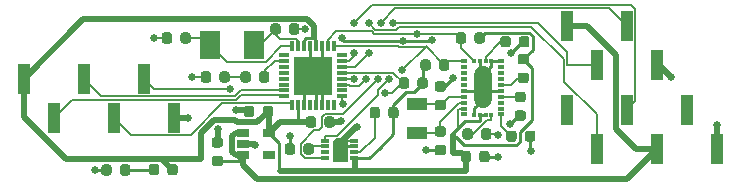
<source format=gbr>
G04 #@! TF.GenerationSoftware,KiCad,Pcbnew,(5.1.6-0-10_14)*
G04 #@! TF.CreationDate,2020-07-22T22:48:04-07:00*
G04 #@! TF.ProjectId,VineHoop_V1_2,56696e65-486f-46f7-905f-56315f322e6b,rev?*
G04 #@! TF.SameCoordinates,Original*
G04 #@! TF.FileFunction,Copper,L1,Top*
G04 #@! TF.FilePolarity,Positive*
%FSLAX46Y46*%
G04 Gerber Fmt 4.6, Leading zero omitted, Abs format (unit mm)*
G04 Created by KiCad (PCBNEW (5.1.6-0-10_14)) date 2020-07-22 22:48:04*
%MOMM*%
%LPD*%
G01*
G04 APERTURE LIST*
G04 #@! TA.AperFunction,EtchedComponent*
%ADD10C,0.001000*%
G04 #@! TD*
G04 #@! TA.AperFunction,SMDPad,CuDef*
%ADD11R,1.000000X2.510000*%
G04 #@! TD*
G04 #@! TA.AperFunction,SMDPad,CuDef*
%ADD12R,0.525000X0.300000*%
G04 #@! TD*
G04 #@! TA.AperFunction,SMDPad,CuDef*
%ADD13R,0.300000X0.425000*%
G04 #@! TD*
G04 #@! TA.AperFunction,SMDPad,CuDef*
%ADD14R,3.251200X3.251200*%
G04 #@! TD*
G04 #@! TA.AperFunction,SMDPad,CuDef*
%ADD15R,0.812800X0.304800*%
G04 #@! TD*
G04 #@! TA.AperFunction,SMDPad,CuDef*
%ADD16R,0.304800X0.812800*%
G04 #@! TD*
G04 #@! TA.AperFunction,SMDPad,CuDef*
%ADD17R,1.060000X0.650000*%
G04 #@! TD*
G04 #@! TA.AperFunction,SMDPad,CuDef*
%ADD18R,1.800000X1.000000*%
G04 #@! TD*
G04 #@! TA.AperFunction,SMDPad,CuDef*
%ADD19R,1.700000X2.400000*%
G04 #@! TD*
G04 #@! TA.AperFunction,SMDPad,CuDef*
%ADD20R,0.200000X1.000000*%
G04 #@! TD*
G04 #@! TA.AperFunction,SMDPad,CuDef*
%ADD21R,0.800000X0.300000*%
G04 #@! TD*
G04 #@! TA.AperFunction,ViaPad*
%ADD22C,0.660400*%
G04 #@! TD*
G04 #@! TA.AperFunction,Conductor*
%ADD23C,0.254000*%
G04 #@! TD*
G04 #@! TA.AperFunction,Conductor*
%ADD24C,0.152400*%
G04 #@! TD*
G04 #@! TA.AperFunction,Conductor*
%ADD25C,0.508000*%
G04 #@! TD*
G04 #@! TA.AperFunction,Conductor*
%ADD26C,1.524000*%
G04 #@! TD*
G04 APERTURE END LIST*
D10*
G36*
X151176000Y-68165000D02*
G01*
X152076000Y-68165000D01*
X152076000Y-70065000D01*
X150876000Y-70065000D01*
X150876000Y-68465000D01*
X151176000Y-68165000D01*
G37*
X151176000Y-68165000D02*
X152076000Y-68165000D01*
X152076000Y-70065000D01*
X150876000Y-70065000D01*
X150876000Y-68465000D01*
X151176000Y-68165000D01*
G04 #@! TA.AperFunction,SMDPad,CuDef*
G36*
G01*
X136184500Y-70569750D02*
X136184500Y-71082250D01*
G75*
G02*
X135965750Y-71301000I-218750J0D01*
G01*
X135528250Y-71301000D01*
G75*
G02*
X135309500Y-71082250I0J218750D01*
G01*
X135309500Y-70569750D01*
G75*
G02*
X135528250Y-70351000I218750J0D01*
G01*
X135965750Y-70351000D01*
G75*
G02*
X136184500Y-70569750I0J-218750D01*
G01*
G37*
G04 #@! TD.AperFunction*
G04 #@! TA.AperFunction,SMDPad,CuDef*
G36*
G01*
X137759500Y-70569750D02*
X137759500Y-71082250D01*
G75*
G02*
X137540750Y-71301000I-218750J0D01*
G01*
X137103250Y-71301000D01*
G75*
G02*
X136884500Y-71082250I0J218750D01*
G01*
X136884500Y-70569750D01*
G75*
G02*
X137103250Y-70351000I218750J0D01*
G01*
X137540750Y-70351000D01*
G75*
G02*
X137759500Y-70569750I0J-218750D01*
G01*
G37*
G04 #@! TD.AperFunction*
G04 #@! TA.AperFunction,SMDPad,CuDef*
G36*
G01*
X132874500Y-71122250D02*
X132874500Y-70609750D01*
G75*
G02*
X133093250Y-70391000I218750J0D01*
G01*
X133530750Y-70391000D01*
G75*
G02*
X133749500Y-70609750I0J-218750D01*
G01*
X133749500Y-71122250D01*
G75*
G02*
X133530750Y-71341000I-218750J0D01*
G01*
X133093250Y-71341000D01*
G75*
G02*
X132874500Y-71122250I0J218750D01*
G01*
G37*
G04 #@! TD.AperFunction*
G04 #@! TA.AperFunction,SMDPad,CuDef*
G36*
G01*
X131299500Y-71122250D02*
X131299500Y-70609750D01*
G75*
G02*
X131518250Y-70391000I218750J0D01*
G01*
X131955750Y-70391000D01*
G75*
G02*
X132174500Y-70609750I0J-218750D01*
G01*
X132174500Y-71122250D01*
G75*
G02*
X131955750Y-71341000I-218750J0D01*
G01*
X131518250Y-71341000D01*
G75*
G02*
X131299500Y-71122250I0J218750D01*
G01*
G37*
G04 #@! TD.AperFunction*
G04 #@! TA.AperFunction,SMDPad,CuDef*
G36*
G01*
X162591000Y-69466750D02*
X162591000Y-69979250D01*
G75*
G02*
X162372250Y-70198000I-218750J0D01*
G01*
X161934750Y-70198000D01*
G75*
G02*
X161716000Y-69979250I0J218750D01*
G01*
X161716000Y-69466750D01*
G75*
G02*
X161934750Y-69248000I218750J0D01*
G01*
X162372250Y-69248000D01*
G75*
G02*
X162591000Y-69466750I0J-218750D01*
G01*
G37*
G04 #@! TD.AperFunction*
G04 #@! TA.AperFunction,SMDPad,CuDef*
G36*
G01*
X164166000Y-69466750D02*
X164166000Y-69979250D01*
G75*
G02*
X163947250Y-70198000I-218750J0D01*
G01*
X163509750Y-70198000D01*
G75*
G02*
X163291000Y-69979250I0J218750D01*
G01*
X163291000Y-69466750D01*
G75*
G02*
X163509750Y-69248000I218750J0D01*
G01*
X163947250Y-69248000D01*
G75*
G02*
X164166000Y-69466750I0J-218750D01*
G01*
G37*
G04 #@! TD.AperFunction*
G04 #@! TA.AperFunction,SMDPad,CuDef*
G36*
G01*
X144647500Y-63248250D02*
X144647500Y-62735750D01*
G75*
G02*
X144866250Y-62517000I218750J0D01*
G01*
X145303750Y-62517000D01*
G75*
G02*
X145522500Y-62735750I0J-218750D01*
G01*
X145522500Y-63248250D01*
G75*
G02*
X145303750Y-63467000I-218750J0D01*
G01*
X144866250Y-63467000D01*
G75*
G02*
X144647500Y-63248250I0J218750D01*
G01*
G37*
G04 #@! TD.AperFunction*
G04 #@! TA.AperFunction,SMDPad,CuDef*
G36*
G01*
X143072500Y-63248250D02*
X143072500Y-62735750D01*
G75*
G02*
X143291250Y-62517000I218750J0D01*
G01*
X143728750Y-62517000D01*
G75*
G02*
X143947500Y-62735750I0J-218750D01*
G01*
X143947500Y-63248250D01*
G75*
G02*
X143728750Y-63467000I-218750J0D01*
G01*
X143291250Y-63467000D01*
G75*
G02*
X143072500Y-63248250I0J218750D01*
G01*
G37*
G04 #@! TD.AperFunction*
D11*
X173228000Y-61976000D03*
X178308000Y-61976000D03*
X170688000Y-58666000D03*
X175768000Y-58666000D03*
G04 #@! TA.AperFunction,SMDPad,CuDef*
G36*
G01*
X141294500Y-63248250D02*
X141294500Y-62735750D01*
G75*
G02*
X141513250Y-62517000I218750J0D01*
G01*
X141950750Y-62517000D01*
G75*
G02*
X142169500Y-62735750I0J-218750D01*
G01*
X142169500Y-63248250D01*
G75*
G02*
X141950750Y-63467000I-218750J0D01*
G01*
X141513250Y-63467000D01*
G75*
G02*
X141294500Y-63248250I0J218750D01*
G01*
G37*
G04 #@! TD.AperFunction*
G04 #@! TA.AperFunction,SMDPad,CuDef*
G36*
G01*
X139719500Y-63248250D02*
X139719500Y-62735750D01*
G75*
G02*
X139938250Y-62517000I218750J0D01*
G01*
X140375750Y-62517000D01*
G75*
G02*
X140594500Y-62735750I0J-218750D01*
G01*
X140594500Y-63248250D01*
G75*
G02*
X140375750Y-63467000I-218750J0D01*
G01*
X139938250Y-63467000D01*
G75*
G02*
X139719500Y-63248250I0J218750D01*
G01*
G37*
G04 #@! TD.AperFunction*
G04 #@! TA.AperFunction,SMDPad,CuDef*
G36*
G01*
X149484500Y-66545750D02*
X149484500Y-67058250D01*
G75*
G02*
X149265750Y-67277000I-218750J0D01*
G01*
X148828250Y-67277000D01*
G75*
G02*
X148609500Y-67058250I0J218750D01*
G01*
X148609500Y-66545750D01*
G75*
G02*
X148828250Y-66327000I218750J0D01*
G01*
X149265750Y-66327000D01*
G75*
G02*
X149484500Y-66545750I0J-218750D01*
G01*
G37*
G04 #@! TD.AperFunction*
G04 #@! TA.AperFunction,SMDPad,CuDef*
G36*
G01*
X151059500Y-66545750D02*
X151059500Y-67058250D01*
G75*
G02*
X150840750Y-67277000I-218750J0D01*
G01*
X150403250Y-67277000D01*
G75*
G02*
X150184500Y-67058250I0J218750D01*
G01*
X150184500Y-66545750D01*
G75*
G02*
X150403250Y-66327000I218750J0D01*
G01*
X150840750Y-66327000D01*
G75*
G02*
X151059500Y-66545750I0J-218750D01*
G01*
G37*
G04 #@! TD.AperFunction*
D12*
X162021500Y-65655000D03*
X162021500Y-65155000D03*
X162021500Y-64655000D03*
X162021500Y-64155000D03*
X162021500Y-63655000D03*
X162021500Y-63155000D03*
X162021500Y-62655000D03*
X162021500Y-62155000D03*
X162021500Y-61655000D03*
D13*
X162834000Y-61592500D03*
X163334000Y-61592500D03*
X163834000Y-61592500D03*
X164334000Y-61592500D03*
D12*
X165146500Y-61655000D03*
X165146500Y-62155000D03*
X165146500Y-62655000D03*
X165146500Y-63155000D03*
X165146500Y-63655000D03*
X165146500Y-64155000D03*
X165146500Y-64655000D03*
X165146500Y-65155000D03*
X165146500Y-65655000D03*
X165146500Y-66155000D03*
D13*
X164334000Y-66217500D03*
X163834000Y-66217500D03*
X163334000Y-66217500D03*
X162834000Y-66217500D03*
D12*
X162021500Y-66155000D03*
D14*
X149225000Y-62865000D03*
D15*
X151688800Y-61112400D03*
X151688800Y-61620400D03*
X151688800Y-62103000D03*
X151688800Y-62611000D03*
X151688800Y-63119000D03*
X151688800Y-63627000D03*
X151688800Y-64109600D03*
X151688800Y-64617600D03*
D16*
X150977600Y-65328800D03*
X150469600Y-65328800D03*
X149987000Y-65328800D03*
X149479000Y-65328800D03*
X148971000Y-65328800D03*
X148463000Y-65328800D03*
X147980400Y-65328800D03*
X147472400Y-65328800D03*
D15*
X146761200Y-64617600D03*
X146761200Y-64109600D03*
X146761200Y-63627000D03*
X146761200Y-63119000D03*
X146761200Y-62611000D03*
X146761200Y-62103000D03*
X146761200Y-61620400D03*
X146761200Y-61112400D03*
D16*
X147472400Y-60401200D03*
X147980400Y-60401200D03*
X148463000Y-60401200D03*
X148971000Y-60401200D03*
X149479000Y-60401200D03*
X149987000Y-60401200D03*
X150469600Y-60401200D03*
X150977600Y-60401200D03*
D17*
X145522000Y-67725000D03*
X145522000Y-69625000D03*
X143322000Y-69625000D03*
X143322000Y-68675000D03*
X143322000Y-67725000D03*
G04 #@! TA.AperFunction,SMDPad,CuDef*
G36*
G01*
X167285250Y-61920000D02*
X166772750Y-61920000D01*
G75*
G02*
X166554000Y-61701250I0J218750D01*
G01*
X166554000Y-61263750D01*
G75*
G02*
X166772750Y-61045000I218750J0D01*
G01*
X167285250Y-61045000D01*
G75*
G02*
X167504000Y-61263750I0J-218750D01*
G01*
X167504000Y-61701250D01*
G75*
G02*
X167285250Y-61920000I-218750J0D01*
G01*
G37*
G04 #@! TD.AperFunction*
G04 #@! TA.AperFunction,SMDPad,CuDef*
G36*
G01*
X167285250Y-63495000D02*
X166772750Y-63495000D01*
G75*
G02*
X166554000Y-63276250I0J218750D01*
G01*
X166554000Y-62838750D01*
G75*
G02*
X166772750Y-62620000I218750J0D01*
G01*
X167285250Y-62620000D01*
G75*
G02*
X167504000Y-62838750I0J-218750D01*
G01*
X167504000Y-63276250D01*
G75*
G02*
X167285250Y-63495000I-218750J0D01*
G01*
G37*
G04 #@! TD.AperFunction*
G04 #@! TA.AperFunction,SMDPad,CuDef*
G36*
G01*
X163443500Y-68074250D02*
X163443500Y-67561750D01*
G75*
G02*
X163662250Y-67343000I218750J0D01*
G01*
X164099750Y-67343000D01*
G75*
G02*
X164318500Y-67561750I0J-218750D01*
G01*
X164318500Y-68074250D01*
G75*
G02*
X164099750Y-68293000I-218750J0D01*
G01*
X163662250Y-68293000D01*
G75*
G02*
X163443500Y-68074250I0J218750D01*
G01*
G37*
G04 #@! TD.AperFunction*
G04 #@! TA.AperFunction,SMDPad,CuDef*
G36*
G01*
X161868500Y-68074250D02*
X161868500Y-67561750D01*
G75*
G02*
X162087250Y-67343000I218750J0D01*
G01*
X162524750Y-67343000D01*
G75*
G02*
X162743500Y-67561750I0J-218750D01*
G01*
X162743500Y-68074250D01*
G75*
G02*
X162524750Y-68293000I-218750J0D01*
G01*
X162087250Y-68293000D01*
G75*
G02*
X161868500Y-68074250I0J218750D01*
G01*
G37*
G04 #@! TD.AperFunction*
G04 #@! TA.AperFunction,SMDPad,CuDef*
G36*
G01*
X137992500Y-59946250D02*
X137992500Y-59433750D01*
G75*
G02*
X138211250Y-59215000I218750J0D01*
G01*
X138648750Y-59215000D01*
G75*
G02*
X138867500Y-59433750I0J-218750D01*
G01*
X138867500Y-59946250D01*
G75*
G02*
X138648750Y-60165000I-218750J0D01*
G01*
X138211250Y-60165000D01*
G75*
G02*
X137992500Y-59946250I0J218750D01*
G01*
G37*
G04 #@! TD.AperFunction*
G04 #@! TA.AperFunction,SMDPad,CuDef*
G36*
G01*
X136417500Y-59946250D02*
X136417500Y-59433750D01*
G75*
G02*
X136636250Y-59215000I218750J0D01*
G01*
X137073750Y-59215000D01*
G75*
G02*
X137292500Y-59433750I0J-218750D01*
G01*
X137292500Y-59946250D01*
G75*
G02*
X137073750Y-60165000I-218750J0D01*
G01*
X136636250Y-60165000D01*
G75*
G02*
X136417500Y-59946250I0J218750D01*
G01*
G37*
G04 #@! TD.AperFunction*
G04 #@! TA.AperFunction,SMDPad,CuDef*
G36*
G01*
X146487500Y-58671750D02*
X146487500Y-59184250D01*
G75*
G02*
X146268750Y-59403000I-218750J0D01*
G01*
X145831250Y-59403000D01*
G75*
G02*
X145612500Y-59184250I0J218750D01*
G01*
X145612500Y-58671750D01*
G75*
G02*
X145831250Y-58453000I218750J0D01*
G01*
X146268750Y-58453000D01*
G75*
G02*
X146487500Y-58671750I0J-218750D01*
G01*
G37*
G04 #@! TD.AperFunction*
G04 #@! TA.AperFunction,SMDPad,CuDef*
G36*
G01*
X148062500Y-58671750D02*
X148062500Y-59184250D01*
G75*
G02*
X147843750Y-59403000I-218750J0D01*
G01*
X147406250Y-59403000D01*
G75*
G02*
X147187500Y-59184250I0J218750D01*
G01*
X147187500Y-58671750D01*
G75*
G02*
X147406250Y-58453000I218750J0D01*
G01*
X147843750Y-58453000D01*
G75*
G02*
X148062500Y-58671750I0J-218750D01*
G01*
G37*
G04 #@! TD.AperFunction*
G04 #@! TA.AperFunction,SMDPad,CuDef*
G36*
G01*
X144265000Y-65656750D02*
X144265000Y-66169250D01*
G75*
G02*
X144046250Y-66388000I-218750J0D01*
G01*
X143608750Y-66388000D01*
G75*
G02*
X143390000Y-66169250I0J218750D01*
G01*
X143390000Y-65656750D01*
G75*
G02*
X143608750Y-65438000I218750J0D01*
G01*
X144046250Y-65438000D01*
G75*
G02*
X144265000Y-65656750I0J-218750D01*
G01*
G37*
G04 #@! TD.AperFunction*
G04 #@! TA.AperFunction,SMDPad,CuDef*
G36*
G01*
X145840000Y-65656750D02*
X145840000Y-66169250D01*
G75*
G02*
X145621250Y-66388000I-218750J0D01*
G01*
X145183750Y-66388000D01*
G75*
G02*
X144965000Y-66169250I0J218750D01*
G01*
X144965000Y-65656750D01*
G75*
G02*
X145183750Y-65438000I218750J0D01*
G01*
X145621250Y-65438000D01*
G75*
G02*
X145840000Y-65656750I0J-218750D01*
G01*
G37*
G04 #@! TD.AperFunction*
G04 #@! TA.AperFunction,SMDPad,CuDef*
G36*
G01*
X141376250Y-68960000D02*
X140863750Y-68960000D01*
G75*
G02*
X140645000Y-68741250I0J218750D01*
G01*
X140645000Y-68303750D01*
G75*
G02*
X140863750Y-68085000I218750J0D01*
G01*
X141376250Y-68085000D01*
G75*
G02*
X141595000Y-68303750I0J-218750D01*
G01*
X141595000Y-68741250D01*
G75*
G02*
X141376250Y-68960000I-218750J0D01*
G01*
G37*
G04 #@! TD.AperFunction*
G04 #@! TA.AperFunction,SMDPad,CuDef*
G36*
G01*
X141376250Y-70535000D02*
X140863750Y-70535000D01*
G75*
G02*
X140645000Y-70316250I0J218750D01*
G01*
X140645000Y-69878750D01*
G75*
G02*
X140863750Y-69660000I218750J0D01*
G01*
X141376250Y-69660000D01*
G75*
G02*
X141595000Y-69878750I0J-218750D01*
G01*
X141595000Y-70316250D01*
G75*
G02*
X141376250Y-70535000I-218750J0D01*
G01*
G37*
G04 #@! TD.AperFunction*
G04 #@! TA.AperFunction,SMDPad,CuDef*
G36*
G01*
X166513750Y-65816500D02*
X167026250Y-65816500D01*
G75*
G02*
X167245000Y-66035250I0J-218750D01*
G01*
X167245000Y-66472750D01*
G75*
G02*
X167026250Y-66691500I-218750J0D01*
G01*
X166513750Y-66691500D01*
G75*
G02*
X166295000Y-66472750I0J218750D01*
G01*
X166295000Y-66035250D01*
G75*
G02*
X166513750Y-65816500I218750J0D01*
G01*
G37*
G04 #@! TD.AperFunction*
G04 #@! TA.AperFunction,SMDPad,CuDef*
G36*
G01*
X166513750Y-64241500D02*
X167026250Y-64241500D01*
G75*
G02*
X167245000Y-64460250I0J-218750D01*
G01*
X167245000Y-64897750D01*
G75*
G02*
X167026250Y-65116500I-218750J0D01*
G01*
X166513750Y-65116500D01*
G75*
G02*
X166295000Y-64897750I0J218750D01*
G01*
X166295000Y-64460250D01*
G75*
G02*
X166513750Y-64241500I218750J0D01*
G01*
G37*
G04 #@! TD.AperFunction*
G04 #@! TA.AperFunction,SMDPad,CuDef*
G36*
G01*
X158058500Y-63756250D02*
X158058500Y-63243750D01*
G75*
G02*
X158277250Y-63025000I218750J0D01*
G01*
X158714750Y-63025000D01*
G75*
G02*
X158933500Y-63243750I0J-218750D01*
G01*
X158933500Y-63756250D01*
G75*
G02*
X158714750Y-63975000I-218750J0D01*
G01*
X158277250Y-63975000D01*
G75*
G02*
X158058500Y-63756250I0J218750D01*
G01*
G37*
G04 #@! TD.AperFunction*
G04 #@! TA.AperFunction,SMDPad,CuDef*
G36*
G01*
X156483500Y-63756250D02*
X156483500Y-63243750D01*
G75*
G02*
X156702250Y-63025000I218750J0D01*
G01*
X157139750Y-63025000D01*
G75*
G02*
X157358500Y-63243750I0J-218750D01*
G01*
X157358500Y-63756250D01*
G75*
G02*
X157139750Y-63975000I-218750J0D01*
G01*
X156702250Y-63975000D01*
G75*
G02*
X156483500Y-63756250I0J218750D01*
G01*
G37*
G04 #@! TD.AperFunction*
G04 #@! TA.AperFunction,SMDPad,CuDef*
G36*
G01*
X159187500Y-61719750D02*
X159187500Y-62232250D01*
G75*
G02*
X158968750Y-62451000I-218750J0D01*
G01*
X158531250Y-62451000D01*
G75*
G02*
X158312500Y-62232250I0J218750D01*
G01*
X158312500Y-61719750D01*
G75*
G02*
X158531250Y-61501000I218750J0D01*
G01*
X158968750Y-61501000D01*
G75*
G02*
X159187500Y-61719750I0J-218750D01*
G01*
G37*
G04 #@! TD.AperFunction*
G04 #@! TA.AperFunction,SMDPad,CuDef*
G36*
G01*
X160762500Y-61719750D02*
X160762500Y-62232250D01*
G75*
G02*
X160543750Y-62451000I-218750J0D01*
G01*
X160106250Y-62451000D01*
G75*
G02*
X159887500Y-62232250I0J218750D01*
G01*
X159887500Y-61719750D01*
G75*
G02*
X160106250Y-61501000I218750J0D01*
G01*
X160543750Y-61501000D01*
G75*
G02*
X160762500Y-61719750I0J-218750D01*
G01*
G37*
G04 #@! TD.AperFunction*
G04 #@! TA.AperFunction,SMDPad,CuDef*
G36*
G01*
X154886500Y-65743750D02*
X154886500Y-66256250D01*
G75*
G02*
X154667750Y-66475000I-218750J0D01*
G01*
X154230250Y-66475000D01*
G75*
G02*
X154011500Y-66256250I0J218750D01*
G01*
X154011500Y-65743750D01*
G75*
G02*
X154230250Y-65525000I218750J0D01*
G01*
X154667750Y-65525000D01*
G75*
G02*
X154886500Y-65743750I0J-218750D01*
G01*
G37*
G04 #@! TD.AperFunction*
G04 #@! TA.AperFunction,SMDPad,CuDef*
G36*
G01*
X156461500Y-65743750D02*
X156461500Y-66256250D01*
G75*
G02*
X156242750Y-66475000I-218750J0D01*
G01*
X155805250Y-66475000D01*
G75*
G02*
X155586500Y-66256250I0J218750D01*
G01*
X155586500Y-65743750D01*
G75*
G02*
X155805250Y-65525000I218750J0D01*
G01*
X156242750Y-65525000D01*
G75*
G02*
X156461500Y-65743750I0J-218750D01*
G01*
G37*
G04 #@! TD.AperFunction*
G04 #@! TA.AperFunction,SMDPad,CuDef*
G36*
G01*
X148406500Y-69344250D02*
X148406500Y-68831750D01*
G75*
G02*
X148625250Y-68613000I218750J0D01*
G01*
X149062750Y-68613000D01*
G75*
G02*
X149281500Y-68831750I0J-218750D01*
G01*
X149281500Y-69344250D01*
G75*
G02*
X149062750Y-69563000I-218750J0D01*
G01*
X148625250Y-69563000D01*
G75*
G02*
X148406500Y-69344250I0J218750D01*
G01*
G37*
G04 #@! TD.AperFunction*
G04 #@! TA.AperFunction,SMDPad,CuDef*
G36*
G01*
X146831500Y-69344250D02*
X146831500Y-68831750D01*
G75*
G02*
X147050250Y-68613000I218750J0D01*
G01*
X147487750Y-68613000D01*
G75*
G02*
X147706500Y-68831750I0J-218750D01*
G01*
X147706500Y-69344250D01*
G75*
G02*
X147487750Y-69563000I-218750J0D01*
G01*
X147050250Y-69563000D01*
G75*
G02*
X146831500Y-69344250I0J218750D01*
G01*
G37*
G04 #@! TD.AperFunction*
G04 #@! TA.AperFunction,SMDPad,CuDef*
G36*
G01*
X160260250Y-64230000D02*
X159747750Y-64230000D01*
G75*
G02*
X159529000Y-64011250I0J218750D01*
G01*
X159529000Y-63573750D01*
G75*
G02*
X159747750Y-63355000I218750J0D01*
G01*
X160260250Y-63355000D01*
G75*
G02*
X160479000Y-63573750I0J-218750D01*
G01*
X160479000Y-64011250D01*
G75*
G02*
X160260250Y-64230000I-218750J0D01*
G01*
G37*
G04 #@! TD.AperFunction*
G04 #@! TA.AperFunction,SMDPad,CuDef*
G36*
G01*
X160260250Y-65805000D02*
X159747750Y-65805000D01*
G75*
G02*
X159529000Y-65586250I0J218750D01*
G01*
X159529000Y-65148750D01*
G75*
G02*
X159747750Y-64930000I218750J0D01*
G01*
X160260250Y-64930000D01*
G75*
G02*
X160479000Y-65148750I0J-218750D01*
G01*
X160479000Y-65586250D01*
G75*
G02*
X160260250Y-65805000I-218750J0D01*
G01*
G37*
G04 #@! TD.AperFunction*
G04 #@! TA.AperFunction,SMDPad,CuDef*
G36*
G01*
X159747750Y-68740000D02*
X160260250Y-68740000D01*
G75*
G02*
X160479000Y-68958750I0J-218750D01*
G01*
X160479000Y-69396250D01*
G75*
G02*
X160260250Y-69615000I-218750J0D01*
G01*
X159747750Y-69615000D01*
G75*
G02*
X159529000Y-69396250I0J218750D01*
G01*
X159529000Y-68958750D01*
G75*
G02*
X159747750Y-68740000I218750J0D01*
G01*
G37*
G04 #@! TD.AperFunction*
G04 #@! TA.AperFunction,SMDPad,CuDef*
G36*
G01*
X159747750Y-67165000D02*
X160260250Y-67165000D01*
G75*
G02*
X160479000Y-67383750I0J-218750D01*
G01*
X160479000Y-67821250D01*
G75*
G02*
X160260250Y-68040000I-218750J0D01*
G01*
X159747750Y-68040000D01*
G75*
G02*
X159529000Y-67821250I0J218750D01*
G01*
X159529000Y-67383750D01*
G75*
G02*
X159747750Y-67165000I218750J0D01*
G01*
G37*
G04 #@! TD.AperFunction*
G04 #@! TA.AperFunction,SMDPad,CuDef*
G36*
G01*
X162884500Y-59946250D02*
X162884500Y-59433750D01*
G75*
G02*
X163103250Y-59215000I218750J0D01*
G01*
X163540750Y-59215000D01*
G75*
G02*
X163759500Y-59433750I0J-218750D01*
G01*
X163759500Y-59946250D01*
G75*
G02*
X163540750Y-60165000I-218750J0D01*
G01*
X163103250Y-60165000D01*
G75*
G02*
X162884500Y-59946250I0J218750D01*
G01*
G37*
G04 #@! TD.AperFunction*
G04 #@! TA.AperFunction,SMDPad,CuDef*
G36*
G01*
X161309500Y-59946250D02*
X161309500Y-59433750D01*
G75*
G02*
X161528250Y-59215000I218750J0D01*
G01*
X161965750Y-59215000D01*
G75*
G02*
X162184500Y-59433750I0J-218750D01*
G01*
X162184500Y-59946250D01*
G75*
G02*
X161965750Y-60165000I-218750J0D01*
G01*
X161528250Y-60165000D01*
G75*
G02*
X161309500Y-59946250I0J218750D01*
G01*
G37*
G04 #@! TD.AperFunction*
G04 #@! TA.AperFunction,SMDPad,CuDef*
G36*
G01*
X166661500Y-60256250D02*
X166661500Y-59743750D01*
G75*
G02*
X166880250Y-59525000I218750J0D01*
G01*
X167317750Y-59525000D01*
G75*
G02*
X167536500Y-59743750I0J-218750D01*
G01*
X167536500Y-60256250D01*
G75*
G02*
X167317750Y-60475000I-218750J0D01*
G01*
X166880250Y-60475000D01*
G75*
G02*
X166661500Y-60256250I0J218750D01*
G01*
G37*
G04 #@! TD.AperFunction*
G04 #@! TA.AperFunction,SMDPad,CuDef*
G36*
G01*
X165086500Y-60256250D02*
X165086500Y-59743750D01*
G75*
G02*
X165305250Y-59525000I218750J0D01*
G01*
X165742750Y-59525000D01*
G75*
G02*
X165961500Y-59743750I0J-218750D01*
G01*
X165961500Y-60256250D01*
G75*
G02*
X165742750Y-60475000I-218750J0D01*
G01*
X165305250Y-60475000D01*
G75*
G02*
X165086500Y-60256250I0J218750D01*
G01*
G37*
G04 #@! TD.AperFunction*
G04 #@! TA.AperFunction,SMDPad,CuDef*
G36*
G01*
X167161500Y-68256250D02*
X167161500Y-67743750D01*
G75*
G02*
X167380250Y-67525000I218750J0D01*
G01*
X167817750Y-67525000D01*
G75*
G02*
X168036500Y-67743750I0J-218750D01*
G01*
X168036500Y-68256250D01*
G75*
G02*
X167817750Y-68475000I-218750J0D01*
G01*
X167380250Y-68475000D01*
G75*
G02*
X167161500Y-68256250I0J218750D01*
G01*
G37*
G04 #@! TD.AperFunction*
G04 #@! TA.AperFunction,SMDPad,CuDef*
G36*
G01*
X165586500Y-68256250D02*
X165586500Y-67743750D01*
G75*
G02*
X165805250Y-67525000I218750J0D01*
G01*
X166242750Y-67525000D01*
G75*
G02*
X166461500Y-67743750I0J-218750D01*
G01*
X166461500Y-68256250D01*
G75*
G02*
X166242750Y-68475000I-218750J0D01*
G01*
X165805250Y-68475000D01*
G75*
G02*
X165586500Y-68256250I0J218750D01*
G01*
G37*
G04 #@! TD.AperFunction*
D18*
X158024000Y-65235000D03*
X158024000Y-67735000D03*
D19*
X140500000Y-60254000D03*
X144200000Y-60254000D03*
D11*
X134874000Y-63115000D03*
X129794000Y-63115000D03*
X124714000Y-63115000D03*
X137414000Y-66425000D03*
X132334000Y-66425000D03*
X127254000Y-66425000D03*
D20*
X151476000Y-69115000D03*
D21*
X152676000Y-68365000D03*
X152676000Y-68865000D03*
X152676000Y-69365000D03*
X152676000Y-69865000D03*
X150276000Y-69865000D03*
X150276000Y-69365000D03*
X150276000Y-68865000D03*
X150276000Y-68365000D03*
D11*
X180848000Y-65778000D03*
X175768000Y-65778000D03*
X170688000Y-65778000D03*
X183388000Y-69088000D03*
X178308000Y-69088000D03*
X173228000Y-69088000D03*
D22*
X147955000Y-63627000D03*
X150495000Y-63627000D03*
X147955000Y-61595000D03*
X130746500Y-70866000D03*
X164909500Y-69723000D03*
X179514500Y-62992000D03*
X183388000Y-67056000D03*
X139001500Y-62992000D03*
X135763000Y-59690000D03*
X142684500Y-65786000D03*
X144335500Y-68707000D03*
X138620500Y-66421000D03*
X141160500Y-67373500D03*
X147256500Y-67945000D03*
X152908000Y-67183000D03*
X150495000Y-61595000D03*
X148526500Y-58928000D03*
X161036000Y-63055500D03*
X165989000Y-60960000D03*
X165862000Y-66929000D03*
X167640000Y-69278500D03*
X164909500Y-67881500D03*
X158813500Y-69151500D03*
X163576000Y-64833500D03*
X163576000Y-62801500D03*
X159258000Y-59880500D03*
X151638000Y-59690000D03*
X156806899Y-59918601D03*
X151574500Y-66738500D03*
X151765000Y-65278000D03*
X142229705Y-64039801D03*
X155277216Y-64345216D03*
X153924000Y-58420000D03*
X153924000Y-60960000D03*
X152654000Y-60960000D03*
X152654000Y-58420000D03*
X157988000Y-59309000D03*
X154686000Y-63169800D03*
X156734399Y-62435248D03*
X155662368Y-63169800D03*
X153670000Y-63169800D03*
X155956000Y-58420000D03*
X152654000Y-63169800D03*
X154940000Y-58420000D03*
D23*
X148971000Y-62611000D02*
X149225000Y-62865000D01*
X148971000Y-60401200D02*
X148971000Y-62611000D01*
X164396500Y-61655000D02*
X164334000Y-61592500D01*
X165146500Y-61655000D02*
X164396500Y-61655000D01*
X151726000Y-68865000D02*
X151476000Y-69115000D01*
X152676000Y-68865000D02*
X151726000Y-68865000D01*
X149479000Y-63119000D02*
X149225000Y-62865000D01*
X149479000Y-65328800D02*
X149479000Y-63119000D01*
X149987000Y-62103000D02*
X149225000Y-62865000D01*
X149987000Y-60401200D02*
X149987000Y-62103000D01*
X162834000Y-65639000D02*
X163576000Y-64897000D01*
X162834000Y-66217500D02*
X162834000Y-65639000D01*
X163556000Y-64155000D02*
X163576000Y-64135000D01*
X162021500Y-64155000D02*
X163556000Y-64155000D01*
X165100000Y-64135000D02*
X163576000Y-64135000D01*
X165120000Y-64155000D02*
X165100000Y-64135000D01*
X165146500Y-64155000D02*
X165120000Y-64155000D01*
X163334000Y-62559500D02*
X163576000Y-62801500D01*
X163334000Y-61592500D02*
X163334000Y-62559500D01*
X164334000Y-62043500D02*
X163576000Y-62801500D01*
X164334000Y-61592500D02*
X164334000Y-62043500D01*
X163576000Y-62801500D02*
X163576000Y-62801500D01*
D24*
X149987000Y-63627000D02*
X149987000Y-63627000D01*
D23*
X159181801Y-60020199D02*
X159258000Y-59944000D01*
X159219899Y-59918601D02*
X159258000Y-59880500D01*
X151866601Y-59918601D02*
X156806899Y-59918601D01*
X151638000Y-59690000D02*
X151866601Y-59918601D01*
X156806899Y-59918601D02*
X159219899Y-59918601D01*
X130746500Y-70866000D02*
X131737000Y-70866000D01*
D25*
X137418000Y-66421000D02*
X137414000Y-66425000D01*
X138620500Y-66421000D02*
X137418000Y-66421000D01*
D24*
X136855000Y-59690000D02*
X135763000Y-59690000D01*
X147625000Y-58928000D02*
X148526500Y-58928000D01*
D25*
X150622000Y-66802000D02*
X151574500Y-66802000D01*
D23*
X147256500Y-69075500D02*
X147269000Y-69088000D01*
X147256500Y-67945000D02*
X147256500Y-69075500D01*
D24*
X152226000Y-68365000D02*
X151476000Y-69115000D01*
X152676000Y-68365000D02*
X152226000Y-68365000D01*
D25*
X151476000Y-68551500D02*
X152844500Y-67183000D01*
X151476000Y-69115000D02*
X151476000Y-68551500D01*
D23*
X160299000Y-63792500D02*
X161036000Y-63055500D01*
X160004000Y-63792500D02*
X160299000Y-63792500D01*
X158839500Y-69177500D02*
X158813500Y-69151500D01*
X160004000Y-69177500D02*
X158839500Y-69177500D01*
X163728500Y-69723000D02*
X164909500Y-69723000D01*
X167599000Y-69237500D02*
X167640000Y-69278500D01*
X167599000Y-68000000D02*
X167599000Y-69237500D01*
X166949000Y-60000000D02*
X165989000Y-60960000D01*
X167099000Y-60000000D02*
X166949000Y-60000000D01*
X166537000Y-66254000D02*
X165862000Y-66929000D01*
X166770000Y-66254000D02*
X166537000Y-66254000D01*
D25*
X178498500Y-61976000D02*
X179514500Y-62992000D01*
X178308000Y-61976000D02*
X178498500Y-61976000D01*
X183388000Y-69088000D02*
X183388000Y-67056000D01*
X144303500Y-68675000D02*
X144335500Y-68707000D01*
X143322000Y-68675000D02*
X144303500Y-68675000D01*
X141160500Y-68482000D02*
X141120000Y-68522500D01*
X141160500Y-67373500D02*
X141160500Y-68482000D01*
D24*
X140157000Y-62992000D02*
X139001500Y-62992000D01*
D26*
X163576000Y-62801500D02*
X163576000Y-64833500D01*
D24*
X164846000Y-67818000D02*
X164909500Y-67881500D01*
X163881000Y-67818000D02*
X164846000Y-67818000D01*
D25*
X143700500Y-65786000D02*
X142684500Y-65786000D01*
X143827500Y-65913000D02*
X143700500Y-65786000D01*
D23*
X148463000Y-63627000D02*
X149225000Y-62865000D01*
X148463000Y-65328800D02*
X148463000Y-63627000D01*
X149987000Y-63627000D02*
X149225000Y-62865000D01*
X149987000Y-65328800D02*
X149987000Y-63627000D01*
D24*
X159871500Y-67735000D02*
X160004000Y-67602500D01*
X158024000Y-67735000D02*
X159871500Y-67735000D01*
X161606600Y-65155000D02*
X162021500Y-65155000D01*
X160004000Y-66757600D02*
X161606600Y-65155000D01*
X160004000Y-67602500D02*
X160004000Y-66757600D01*
X159871500Y-65235000D02*
X160004000Y-65367500D01*
X158024000Y-65235000D02*
X159871500Y-65235000D01*
X160716500Y-64655000D02*
X162021500Y-64655000D01*
X160004000Y-65367500D02*
X160716500Y-64655000D01*
D23*
X149479000Y-59847478D02*
X149479000Y-60401200D01*
X149346921Y-59715399D02*
X149479000Y-59847478D01*
X148463000Y-59847478D02*
X148595079Y-59715399D01*
X148463000Y-60401200D02*
X148463000Y-59847478D01*
X163334000Y-66217500D02*
X163834000Y-66217500D01*
X167815910Y-59537404D02*
X167815910Y-60695590D01*
X167524096Y-59245590D02*
X167815910Y-59537404D01*
X167815910Y-60695590D02*
X167029000Y-61482500D01*
X163766410Y-59245590D02*
X167524096Y-59245590D01*
X163322000Y-59690000D02*
X163766410Y-59245590D01*
X166740910Y-68462596D02*
X166449096Y-68754410D01*
X167783410Y-66636084D02*
X166740910Y-67678584D01*
X167783410Y-62236910D02*
X167783410Y-66636084D01*
X166740910Y-67678584D02*
X166740910Y-68462596D01*
X167029000Y-61482500D02*
X167783410Y-62236910D01*
X156024000Y-65332078D02*
X157101668Y-64254410D01*
X157741590Y-64254410D02*
X158496000Y-63500000D01*
X157101668Y-64254410D02*
X157741590Y-64254410D01*
X156024000Y-66000000D02*
X156024000Y-65332078D01*
X158496000Y-62230000D02*
X158750000Y-61976000D01*
X158496000Y-63500000D02*
X158496000Y-62230000D01*
X148595079Y-59715399D02*
X149072601Y-59715399D01*
X149072601Y-59715399D02*
X149346921Y-59715399D01*
X161383003Y-67403003D02*
X161002003Y-67784003D01*
D24*
X161510003Y-65751597D02*
X161510003Y-67276003D01*
X162021500Y-65655000D02*
X161606600Y-65655000D01*
D23*
X161510003Y-67276003D02*
X161383003Y-67403003D01*
D24*
X161606600Y-65655000D02*
X161510003Y-65751597D01*
D23*
X162076605Y-66709401D02*
X161510003Y-67276003D01*
X163334000Y-66684000D02*
X163308599Y-66709401D01*
X163334000Y-66217500D02*
X163334000Y-66684000D01*
X162906599Y-66709401D02*
X162076605Y-66709401D01*
X163308599Y-66709401D02*
X162906599Y-66709401D01*
X163207521Y-66709401D02*
X162906599Y-66709401D01*
X156024000Y-67832078D02*
X156024000Y-66000000D01*
X153991078Y-69865000D02*
X154854039Y-69002039D01*
X161972410Y-68754410D02*
X161290000Y-68072000D01*
X154854039Y-69002039D02*
X156024000Y-67832078D01*
X142849500Y-70097500D02*
X143322000Y-69625000D01*
X141120000Y-70097500D02*
X142849500Y-70097500D01*
D24*
X141928601Y-61682601D02*
X140500000Y-60254000D01*
X145232881Y-61682601D02*
X141928601Y-61682601D01*
X146514282Y-60401200D02*
X145232881Y-61682601D01*
X147472400Y-60401200D02*
X146514282Y-60401200D01*
X139936000Y-59690000D02*
X140500000Y-60254000D01*
X138430000Y-59690000D02*
X139936000Y-59690000D01*
X146659600Y-64516000D02*
X146761200Y-64617600D01*
X143119770Y-64516000D02*
X146659600Y-64516000D01*
X142732359Y-64903411D02*
X143119770Y-64516000D01*
X128775589Y-64903411D02*
X142732359Y-64903411D01*
X127254000Y-66425000D02*
X128775589Y-64903411D01*
X156032000Y-62611000D02*
X156921000Y-63500000D01*
X151688800Y-62611000D02*
X156032000Y-62611000D01*
X135798801Y-64039801D02*
X142229705Y-64039801D01*
X134874000Y-63115000D02*
X135798801Y-64039801D01*
X155277216Y-64345216D02*
X155872784Y-64345216D01*
X156718000Y-63500000D02*
X156921000Y-63500000D01*
X155872784Y-64345216D02*
X156718000Y-63500000D01*
X142606103Y-64598601D02*
X143095104Y-64109600D01*
X131277601Y-64598601D02*
X142606103Y-64598601D01*
X143095104Y-64109600D02*
X146761200Y-64109600D01*
X129794000Y-63115000D02*
X131277601Y-64598601D01*
X152781000Y-62103000D02*
X153924000Y-60960000D01*
X151688800Y-62103000D02*
X152781000Y-62103000D01*
X173228000Y-66151518D02*
X173228000Y-69088000D01*
X170452604Y-61486604D02*
X170452604Y-63376122D01*
X167690810Y-58724810D02*
X170452604Y-61486604D01*
X170452604Y-63376122D02*
X173228000Y-66151518D01*
X156224225Y-58978801D02*
X156478216Y-58724810D01*
X156478216Y-58724810D02*
X167690810Y-58724810D01*
X154482801Y-58978801D02*
X156224225Y-58978801D01*
X153924000Y-58420000D02*
X154482801Y-58978801D01*
X152654000Y-61214000D02*
X152654000Y-60960000D01*
X152247600Y-61620400D02*
X152654000Y-61214000D01*
X151688800Y-61620400D02*
X152247600Y-61620400D01*
X176496601Y-65049399D02*
X175768000Y-65778000D01*
X176496601Y-57228119D02*
X176496601Y-65049399D01*
X176164482Y-56896000D02*
X176496601Y-57228119D01*
X176146071Y-56877589D02*
X176496601Y-57228119D01*
X154196411Y-56877589D02*
X176146071Y-56877589D01*
X152654000Y-58420000D02*
X154196411Y-56877589D01*
X160646000Y-61655000D02*
X162021500Y-61655000D01*
X160325000Y-61976000D02*
X160646000Y-61655000D01*
X158750200Y-60401200D02*
X160325000Y-61976000D01*
X158750200Y-60419447D02*
X158750200Y-60401200D01*
X161747000Y-60505500D02*
X162834000Y-61592500D01*
X161747000Y-59690000D02*
X161747000Y-60505500D01*
X150217946Y-66098390D02*
X151757410Y-66098390D01*
X149955890Y-67243554D02*
X149955890Y-66360446D01*
X149318726Y-67505610D02*
X149693834Y-67505610D01*
X151757410Y-66098390D02*
X154686000Y-63169800D01*
X149693834Y-67505610D02*
X149955890Y-67243554D01*
X148177890Y-69529554D02*
X148177890Y-68646446D01*
X148177890Y-68646446D02*
X149318726Y-67505610D01*
X148513336Y-69865000D02*
X148177890Y-69529554D01*
X149955890Y-66360446D02*
X150217946Y-66098390D01*
X150276000Y-69865000D02*
X148513336Y-69865000D01*
X161442199Y-59385199D02*
X161747000Y-59690000D01*
X166746000Y-64655000D02*
X166770000Y-64679000D01*
X165146500Y-64655000D02*
X166746000Y-64655000D01*
X148971000Y-66726000D02*
X149047000Y-66802000D01*
D23*
X148793200Y-66802000D02*
X149047000Y-66802000D01*
X166449096Y-68754410D02*
X165528410Y-68754410D01*
X147980400Y-66713100D02*
X147891500Y-66802000D01*
D25*
X147891500Y-66802000D02*
X149047000Y-66802000D01*
D23*
X147980400Y-65328800D02*
X147980400Y-66713100D01*
X152676000Y-69865000D02*
X152669000Y-69865000D01*
X152676000Y-69865000D02*
X153812000Y-69865000D01*
X153812000Y-69865000D02*
X153991078Y-69865000D01*
X165528410Y-68754410D02*
X162670910Y-68754410D01*
D25*
X161099500Y-69441112D02*
X161099500Y-67881500D01*
D23*
X161099500Y-67881500D02*
X161002003Y-67784003D01*
X161290000Y-68072000D02*
X161099500Y-67881500D01*
X162670910Y-68754410D02*
X161972410Y-68754410D01*
D25*
X161871612Y-69441112D02*
X162153500Y-69723000D01*
X161099500Y-69441112D02*
X161871612Y-69441112D01*
X152732401Y-69921401D02*
X152676000Y-69921401D01*
X152777099Y-69966099D02*
X152732401Y-69921401D01*
X152777099Y-70925599D02*
X152777099Y-69966099D01*
X151615401Y-70925599D02*
X152777099Y-70925599D01*
X152777099Y-70925599D02*
X162179000Y-70925599D01*
X162179000Y-69748500D02*
X162153500Y-69723000D01*
X162179000Y-70925599D02*
X162179000Y-69748500D01*
D23*
X146331401Y-68534401D02*
X146331401Y-70829901D01*
X146331401Y-70829901D02*
X146427099Y-70925599D01*
X145522000Y-67725000D02*
X146331401Y-68534401D01*
D25*
X146427099Y-70925599D02*
X151615401Y-70925599D01*
D23*
X145209500Y-66215500D02*
X145209500Y-65540000D01*
D25*
X145522000Y-66032500D02*
X145402500Y-65913000D01*
X145522000Y-67725000D02*
X145522000Y-66032500D01*
X146445000Y-66802000D02*
X149047000Y-66802000D01*
X145522000Y-67725000D02*
X146445000Y-66802000D01*
X136440590Y-69944590D02*
X137322000Y-70826000D01*
X128287068Y-69944590D02*
X136440590Y-69944590D01*
X124714000Y-66371522D02*
X128287068Y-69944590D01*
X124714000Y-63115000D02*
X124714000Y-66371522D01*
X136440590Y-69944590D02*
X139732410Y-69944590D01*
X144521090Y-66794410D02*
X145402500Y-65913000D01*
X139732410Y-69944590D02*
X139732410Y-67711420D01*
X149346921Y-58658251D02*
X149346921Y-59588399D01*
X148735260Y-58046590D02*
X149346921Y-58658251D01*
X129782410Y-58046590D02*
X148735260Y-58046590D01*
X124714000Y-63115000D02*
X129782410Y-58046590D01*
X142803910Y-66794410D02*
X144521090Y-66794410D01*
X140806931Y-66636899D02*
X142646399Y-66636899D01*
X142646399Y-66636899D02*
X142803910Y-66794410D01*
X139732410Y-67711420D02*
X140806931Y-66636899D01*
X175809991Y-71586009D02*
X178308000Y-69088000D01*
X144439049Y-71586009D02*
X175809991Y-71586009D01*
X143322000Y-70468960D02*
X144439049Y-71586009D01*
X143322000Y-69625000D02*
X143322000Y-70468960D01*
X176591478Y-69088000D02*
X178308000Y-69088000D01*
X174861599Y-67358121D02*
X176591478Y-69088000D01*
X174861599Y-61123077D02*
X174861599Y-67358121D01*
X172404522Y-58666000D02*
X174861599Y-61123077D01*
X170688000Y-58666000D02*
X172404522Y-58666000D01*
X142685478Y-69625000D02*
X143322000Y-69625000D01*
X142385599Y-68024879D02*
X142385599Y-69325121D01*
X142685478Y-67725000D02*
X142385599Y-68024879D01*
X142385599Y-69325121D02*
X142685478Y-69625000D01*
X143322000Y-67725000D02*
X142685478Y-67725000D01*
D24*
X147327990Y-65184390D02*
X147472400Y-65328800D01*
X145038371Y-65208221D02*
X145062202Y-65184390D01*
X141553097Y-65208221D02*
X145038371Y-65208221D01*
X138852717Y-67908601D02*
X141553097Y-65208221D01*
X133817601Y-67908601D02*
X138852717Y-67908601D01*
X145062202Y-65184390D02*
X147327990Y-65184390D01*
X132334000Y-66425000D02*
X133817601Y-67908601D01*
X156538674Y-60477402D02*
X158692245Y-60477402D01*
X156462472Y-60401200D02*
X156538674Y-60477402D01*
X158692245Y-60477402D02*
X158750200Y-60419447D01*
X150977600Y-60401200D02*
X156462472Y-60401200D01*
X156734399Y-62435248D02*
X158750200Y-60419447D01*
X150276000Y-68365000D02*
X150276000Y-67973500D01*
X154718415Y-64113753D02*
X155662368Y-63169800D01*
X154718415Y-64485111D02*
X154718415Y-64113753D01*
X151230026Y-67973500D02*
X154718415Y-64485111D01*
X150276000Y-67973500D02*
X151230026Y-67973500D01*
X154381934Y-59309000D02*
X157988000Y-59309000D01*
X154204133Y-59131199D02*
X154381934Y-59309000D01*
X151180801Y-59131199D02*
X154204133Y-59131199D01*
X150469600Y-59842400D02*
X151180801Y-59131199D01*
X150469600Y-60401200D02*
X150469600Y-59842400D01*
X161366000Y-59309000D02*
X161747000Y-59690000D01*
X157988000Y-59309000D02*
X161366000Y-59309000D01*
X144724000Y-60254000D02*
X146050000Y-58928000D01*
X144200000Y-60254000D02*
X144724000Y-60254000D01*
X147980400Y-59938918D02*
X147980400Y-60401200D01*
X147807681Y-59766199D02*
X147980400Y-59938918D01*
X146413199Y-59766199D02*
X147807681Y-59766199D01*
X146050000Y-59403000D02*
X146413199Y-59766199D01*
X146050000Y-58928000D02*
X146050000Y-59403000D01*
X149067000Y-68865000D02*
X150276000Y-68865000D01*
X148844000Y-69088000D02*
X149067000Y-68865000D01*
X154449000Y-68144400D02*
X154449000Y-66000000D01*
X153228400Y-69365000D02*
X154449000Y-68144400D01*
X152676000Y-69365000D02*
X153228400Y-69365000D01*
X164334000Y-66582400D02*
X164334000Y-66217500D01*
X164257799Y-66658601D02*
X164334000Y-66582400D01*
X163932735Y-66658601D02*
X164257799Y-66658601D01*
X162773336Y-67818000D02*
X163932735Y-66658601D01*
X162306000Y-67818000D02*
X162773336Y-67818000D01*
X165956500Y-63655000D02*
X165146500Y-63655000D01*
X166554000Y-63057500D02*
X165956500Y-63655000D01*
X167029000Y-63057500D02*
X166554000Y-63057500D01*
X165146500Y-67122500D02*
X166024000Y-68000000D01*
X165146500Y-66155000D02*
X165146500Y-67122500D01*
X163834000Y-61252500D02*
X163834000Y-61592500D01*
X165086500Y-60000000D02*
X163834000Y-61252500D01*
X165524000Y-60000000D02*
X165086500Y-60000000D01*
X141732000Y-62992000D02*
X143510000Y-62992000D01*
X153111199Y-63728601D02*
X153670000Y-63169800D01*
X152385775Y-63728601D02*
X153111199Y-63728601D01*
X152284174Y-63627000D02*
X152385775Y-63728601D01*
X151688800Y-63627000D02*
X152284174Y-63627000D01*
X170757414Y-61976000D02*
X173228000Y-61976000D01*
X170757414Y-60901896D02*
X170757414Y-61976000D01*
X168275518Y-58420000D02*
X170757414Y-60901896D01*
X155956000Y-58420000D02*
X168275518Y-58420000D01*
X152603200Y-63119000D02*
X152654000Y-63169800D01*
X151688800Y-63119000D02*
X152603200Y-63119000D01*
X156177601Y-57182399D02*
X174284399Y-57182399D01*
X174284399Y-57182399D02*
X175768000Y-58666000D01*
X154940000Y-58420000D02*
X156177601Y-57182399D01*
X145085000Y-62517000D02*
X145981600Y-61620400D01*
X145981600Y-61620400D02*
X146761200Y-61620400D01*
X145085000Y-62992000D02*
X145085000Y-62517000D01*
X151688800Y-65201800D02*
X151765000Y-65278000D01*
X151688800Y-64617600D02*
X151688800Y-65201800D01*
D23*
X133352000Y-70826000D02*
X133312000Y-70866000D01*
X135747000Y-70826000D02*
X133352000Y-70826000D01*
M02*

</source>
